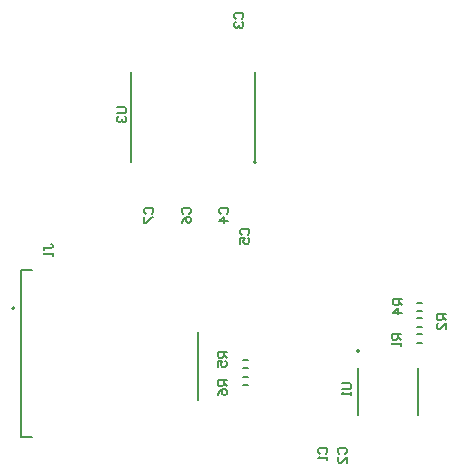
<source format=gbo>
G04*
G04 #@! TF.GenerationSoftware,Altium Limited,CircuitStudio,1.5.2 (30)*
G04*
G04 Layer_Color=13948096*
%FSLAX25Y25*%
%MOIN*%
G70*
G01*
G75*
%ADD33C,0.00787*%
%ADD34C,0.00500*%
%ADD35C,0.00700*%
D33*
X224844Y287744D02*
G03*
X224844Y287744I-394J0D01*
G01*
X339744Y273545D02*
G03*
X339744Y273545I-394J0D01*
G01*
X305397Y336500D02*
G03*
X305397Y336500I-394J0D01*
G01*
X359009Y286966D02*
X360584D01*
X359009Y289722D02*
X360584D01*
X359009Y281666D02*
X360584D01*
X359009Y284422D02*
X360584D01*
X359009Y276366D02*
X360584D01*
X359009Y279122D02*
X360584D01*
X301109Y262222D02*
X302684D01*
X301109Y264978D02*
X302684D01*
X301109Y267822D02*
X302684D01*
X301109Y270578D02*
X302684D01*
D34*
X227068Y300579D02*
X230789D01*
X227068Y244910D02*
Y300579D01*
Y244910D02*
X230789D01*
X285926Y257390D02*
Y279831D01*
X359271Y252170D02*
Y267918D01*
X339429Y252170D02*
Y267918D01*
X263834Y336539D02*
Y366461D01*
X305172Y336539D02*
Y366461D01*
D35*
X234651Y307345D02*
Y308345D01*
Y307845D01*
X237150D01*
X237650Y308345D01*
Y308845D01*
X237150Y309344D01*
X237650Y306345D02*
Y305346D01*
Y305846D01*
X234651D01*
X235151Y306345D01*
X334151Y262844D02*
X336650D01*
X337150Y262345D01*
Y261345D01*
X336650Y260845D01*
X334151D01*
X337150Y259845D02*
Y258846D01*
Y259346D01*
X334151D01*
X334651Y259845D01*
X259151Y354844D02*
X261650D01*
X262150Y354345D01*
Y353345D01*
X261650Y352845D01*
X259151D01*
X259651Y351845D02*
X259151Y351346D01*
Y350346D01*
X259651Y349846D01*
X260151D01*
X260650Y350346D01*
Y350846D01*
Y350346D01*
X261150Y349846D01*
X261650D01*
X262150Y350346D01*
Y351346D01*
X261650Y351845D01*
X326651Y239345D02*
X326151Y239845D01*
Y240845D01*
X326651Y241344D01*
X328650D01*
X329150Y240845D01*
Y239845D01*
X328650Y239345D01*
X329150Y238345D02*
Y237346D01*
Y237846D01*
X326151D01*
X326651Y238345D01*
X333151Y239345D02*
X332651Y239845D01*
Y240845D01*
X333151Y241344D01*
X335150D01*
X335650Y240845D01*
Y239845D01*
X335150Y239345D01*
X335650Y236346D02*
Y238345D01*
X333651Y236346D01*
X333151D01*
X332651Y236846D01*
Y237846D01*
X333151Y238345D01*
X298651Y384345D02*
X298151Y384845D01*
Y385845D01*
X298651Y386344D01*
X300650D01*
X301150Y385845D01*
Y384845D01*
X300650Y384345D01*
X298651Y383345D02*
X298151Y382846D01*
Y381846D01*
X298651Y381346D01*
X299151D01*
X299650Y381846D01*
Y382346D01*
Y381846D01*
X300150Y381346D01*
X300650D01*
X301150Y381846D01*
Y382846D01*
X300650Y383345D01*
X293651Y319345D02*
X293151Y319845D01*
Y320845D01*
X293651Y321344D01*
X295650D01*
X296150Y320845D01*
Y319845D01*
X295650Y319345D01*
X296150Y316846D02*
X293151D01*
X294650Y318345D01*
Y316346D01*
X300651Y312345D02*
X300151Y312845D01*
Y313845D01*
X300651Y314344D01*
X302650D01*
X303150Y313845D01*
Y312845D01*
X302650Y312345D01*
X300151Y309346D02*
Y311345D01*
X301650D01*
X301151Y310346D01*
Y309846D01*
X301650Y309346D01*
X302650D01*
X303150Y309846D01*
Y310846D01*
X302650Y311345D01*
X281151Y319345D02*
X280651Y319845D01*
Y320845D01*
X281151Y321344D01*
X283150D01*
X283650Y320845D01*
Y319845D01*
X283150Y319345D01*
X280651Y316346D02*
X281151Y317346D01*
X282150Y318345D01*
X283150D01*
X283650Y317846D01*
Y316846D01*
X283150Y316346D01*
X282650D01*
X282150Y316846D01*
Y318345D01*
X268651Y319345D02*
X268151Y319845D01*
Y320845D01*
X268651Y321344D01*
X270650D01*
X271150Y320845D01*
Y319845D01*
X270650Y319345D01*
X268151Y318345D02*
Y316346D01*
X268651D01*
X270650Y318345D01*
X271150D01*
X353650Y279344D02*
X350651D01*
Y277845D01*
X351151Y277345D01*
X352150D01*
X352650Y277845D01*
Y279344D01*
Y278345D02*
X353650Y277345D01*
Y276345D02*
Y275346D01*
Y275846D01*
X350651D01*
X351151Y276345D01*
X368650Y285844D02*
X365651D01*
Y284345D01*
X366151Y283845D01*
X367150D01*
X367650Y284345D01*
Y285844D01*
Y284845D02*
X368650Y283845D01*
Y280846D02*
Y282845D01*
X366651Y280846D01*
X366151D01*
X365651Y281346D01*
Y282346D01*
X366151Y282845D01*
X354150Y290844D02*
X351151D01*
Y289345D01*
X351651Y288845D01*
X352650D01*
X353150Y289345D01*
Y290844D01*
Y289845D02*
X354150Y288845D01*
Y286346D02*
X351151D01*
X352650Y287845D01*
Y285846D01*
X295650Y273344D02*
X292651D01*
Y271845D01*
X293151Y271345D01*
X294150D01*
X294650Y271845D01*
Y273344D01*
Y272345D02*
X295650Y271345D01*
X292651Y268346D02*
Y270345D01*
X294150D01*
X293651Y269346D01*
Y268846D01*
X294150Y268346D01*
X295150D01*
X295650Y268846D01*
Y269846D01*
X295150Y270345D01*
X295650Y263844D02*
X292651D01*
Y262345D01*
X293151Y261845D01*
X294150D01*
X294650Y262345D01*
Y263844D01*
Y262845D02*
X295650Y261845D01*
X292651Y258846D02*
X293151Y259846D01*
X294150Y260845D01*
X295150D01*
X295650Y260346D01*
Y259346D01*
X295150Y258846D01*
X294650D01*
X294150Y259346D01*
Y260845D01*
M02*

</source>
